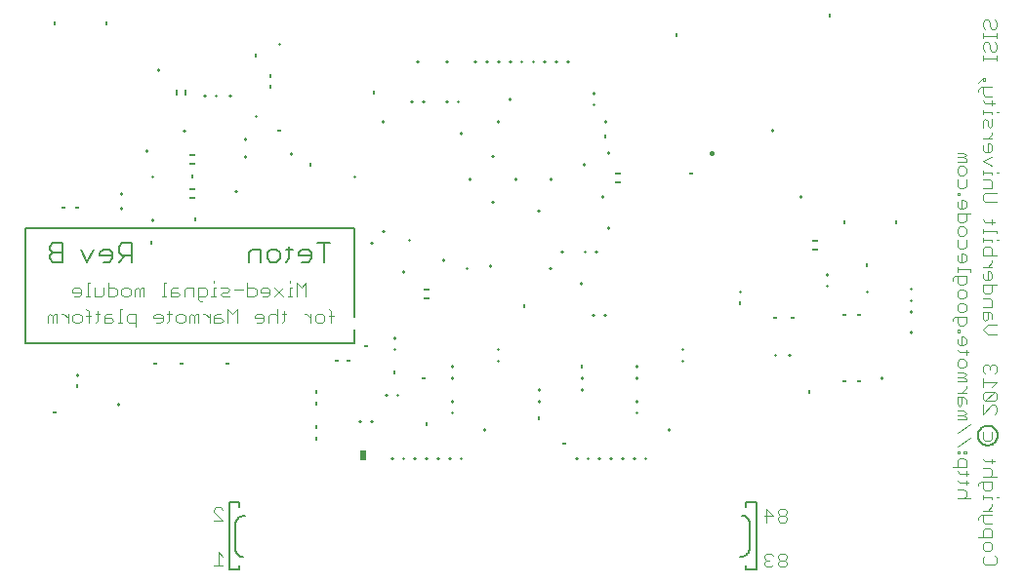
<source format=gbo>
G75*
G70*
%OFA0B0*%
%FSLAX24Y24*%
%IPPOS*%
%LPD*%
%AMOC8*
5,1,8,0,0,1.08239X$1,22.5*
%
%ADD10C,0.0080*%
%ADD11C,0.0060*%
%ADD12C,0.0040*%
%ADD13C,0.0050*%
%ADD14R,0.0098X0.0118*%
%ADD15C,0.0098*%
%ADD16R,0.0118X0.0098*%
%ADD17R,0.0200X0.0060*%
%ADD18R,0.0060X0.0200*%
%ADD19R,0.0200X0.0320*%
%ADD20C,0.0180*%
D10*
X009639Y002513D02*
X009639Y004813D01*
X009978Y004813D01*
X009978Y004647D01*
X009844Y004049D02*
X009844Y003261D01*
X009844Y003262D02*
X009843Y003229D01*
X009846Y003197D01*
X009853Y003166D01*
X009864Y003135D01*
X009877Y003106D01*
X009894Y003078D01*
X009914Y003053D01*
X009936Y003030D01*
X009961Y003009D01*
X009989Y002992D01*
X010018Y002977D01*
X010048Y002966D01*
X010079Y002959D01*
X010111Y002955D01*
X009970Y002679D02*
X009970Y002513D01*
X009639Y002513D01*
X009844Y004057D02*
X009846Y004090D01*
X009852Y004123D01*
X009861Y004155D01*
X009873Y004186D01*
X009889Y004216D01*
X009907Y004244D01*
X009929Y004269D01*
X009952Y004293D01*
X009979Y004313D01*
X010007Y004331D01*
X010037Y004346D01*
X010068Y004358D01*
X010101Y004366D01*
X010134Y004371D01*
X010167Y004372D01*
X013899Y010257D02*
X002679Y010257D01*
X002679Y014194D01*
X013899Y014194D01*
X013899Y011163D01*
X013899Y010730D02*
X013899Y010257D01*
X027136Y004371D02*
X027168Y004367D01*
X027199Y004360D01*
X027229Y004349D01*
X027258Y004334D01*
X027286Y004317D01*
X027311Y004296D01*
X027333Y004273D01*
X027353Y004248D01*
X027370Y004220D01*
X027383Y004191D01*
X027394Y004160D01*
X027401Y004129D01*
X027404Y004097D01*
X027403Y004064D01*
X027403Y004065D02*
X027403Y003277D01*
X027403Y003269D02*
X027401Y003236D01*
X027395Y003203D01*
X027386Y003171D01*
X027374Y003140D01*
X027358Y003110D01*
X027340Y003082D01*
X027318Y003057D01*
X027295Y003033D01*
X027268Y003013D01*
X027240Y002995D01*
X027210Y002980D01*
X027179Y002968D01*
X027146Y002960D01*
X027113Y002955D01*
X027080Y002954D01*
X027269Y002679D02*
X027269Y002513D01*
X027624Y002513D01*
X027624Y004813D01*
X027277Y004813D01*
X027277Y004647D01*
D11*
X013082Y013684D02*
X012655Y013684D01*
X012868Y013684D02*
X012868Y013043D01*
X012437Y013150D02*
X012437Y013364D01*
X012331Y013470D01*
X012117Y013470D01*
X012010Y013364D01*
X012010Y013257D01*
X012437Y013257D01*
X012437Y013150D02*
X012331Y013043D01*
X012117Y013043D01*
X011686Y013150D02*
X011579Y013043D01*
X011686Y013150D02*
X011686Y013577D01*
X011793Y013470D02*
X011579Y013470D01*
X011363Y013364D02*
X011363Y013150D01*
X011256Y013043D01*
X011043Y013043D01*
X010936Y013150D01*
X010936Y013364D01*
X011043Y013470D01*
X011256Y013470D01*
X011363Y013364D01*
X010718Y013470D02*
X010718Y013043D01*
X010291Y013043D02*
X010291Y013364D01*
X010398Y013470D01*
X010718Y013470D01*
X006290Y013257D02*
X005970Y013257D01*
X005863Y013364D01*
X005863Y013577D01*
X005970Y013684D01*
X006290Y013684D01*
X006290Y013043D01*
X006077Y013257D02*
X005863Y013043D01*
X005646Y013150D02*
X005646Y013364D01*
X005539Y013470D01*
X005326Y013470D01*
X005219Y013364D01*
X005219Y013257D01*
X005646Y013257D01*
X005646Y013150D02*
X005539Y013043D01*
X005326Y013043D01*
X005001Y013470D02*
X004788Y013043D01*
X004574Y013470D01*
X003928Y013364D02*
X003608Y013364D01*
X003501Y013257D01*
X003501Y013150D01*
X003608Y013043D01*
X003928Y013043D01*
X003928Y013684D01*
X003608Y013684D01*
X003501Y013577D01*
X003501Y013470D01*
X003608Y013364D01*
D12*
X009111Y002667D02*
X009418Y002667D01*
X009265Y002667D02*
X009265Y003128D01*
X009418Y002974D01*
X009418Y004191D02*
X009111Y004191D01*
X009111Y004498D02*
X009111Y004575D01*
X009188Y004651D01*
X009342Y004651D01*
X009418Y004575D01*
X009111Y004498D02*
X009418Y004191D01*
X009354Y010966D02*
X009123Y010966D01*
X009123Y011197D01*
X009200Y011273D01*
X009354Y011273D01*
X009354Y011120D02*
X009123Y011120D01*
X008970Y011120D02*
X008817Y011273D01*
X008740Y011273D01*
X008586Y011273D02*
X008510Y011273D01*
X008433Y011197D01*
X008356Y011273D01*
X008279Y011197D01*
X008279Y010966D01*
X008433Y010966D02*
X008433Y011197D01*
X008586Y011273D02*
X008586Y010966D01*
X008970Y010966D02*
X008970Y011273D01*
X009354Y011120D02*
X009430Y011043D01*
X009354Y010966D01*
X009584Y010966D02*
X009584Y011427D01*
X009737Y011273D01*
X009891Y011427D01*
X009891Y010966D01*
X010505Y011120D02*
X010812Y011120D01*
X010812Y011197D02*
X010735Y011273D01*
X010581Y011273D01*
X010505Y011197D01*
X010505Y011120D01*
X010581Y010966D02*
X010735Y010966D01*
X010812Y011043D01*
X010812Y011197D01*
X010965Y011197D02*
X010965Y010966D01*
X010965Y011197D02*
X011042Y011273D01*
X011195Y011273D01*
X011272Y011197D01*
X011425Y011273D02*
X011579Y011273D01*
X011502Y011350D02*
X011502Y011043D01*
X011425Y010966D01*
X011272Y010966D02*
X011272Y011427D01*
X011171Y011852D02*
X011478Y012159D01*
X011708Y012159D02*
X011708Y011852D01*
X011785Y011852D02*
X011631Y011852D01*
X011478Y011852D02*
X011171Y012159D01*
X011018Y012082D02*
X010941Y012159D01*
X010787Y012159D01*
X010711Y012082D01*
X010711Y012006D01*
X011018Y012006D01*
X011018Y012082D02*
X011018Y011929D01*
X010941Y011852D01*
X010787Y011852D01*
X010557Y011929D02*
X010557Y012082D01*
X010481Y012159D01*
X010250Y012159D01*
X010250Y012313D02*
X010250Y011852D01*
X010481Y011852D01*
X010557Y011929D01*
X010097Y012082D02*
X009790Y012082D01*
X009636Y012082D02*
X009560Y012159D01*
X009330Y012159D01*
X009176Y012159D02*
X009099Y012159D01*
X009099Y011852D01*
X009023Y011852D02*
X009176Y011852D01*
X009330Y011929D02*
X009406Y012006D01*
X009560Y012006D01*
X009636Y012082D01*
X009636Y011852D02*
X009406Y011852D01*
X009330Y011929D01*
X009099Y012313D02*
X009099Y012389D01*
X008869Y012082D02*
X008869Y011929D01*
X008792Y011852D01*
X008562Y011852D01*
X008562Y011776D02*
X008562Y012159D01*
X008792Y012159D01*
X008869Y012082D01*
X008562Y011776D02*
X008639Y011699D01*
X008716Y011699D01*
X008409Y011852D02*
X008409Y012159D01*
X008179Y012159D01*
X008102Y012082D01*
X008102Y011852D01*
X007948Y011929D02*
X007872Y012006D01*
X007641Y012006D01*
X007641Y012082D02*
X007641Y011852D01*
X007872Y011852D01*
X007948Y011929D01*
X007872Y012159D02*
X007718Y012159D01*
X007641Y012082D01*
X007488Y011852D02*
X007335Y011852D01*
X007411Y011852D02*
X007411Y012313D01*
X007488Y012313D01*
X006721Y012159D02*
X006721Y011852D01*
X006567Y011852D02*
X006567Y012082D01*
X006490Y012159D01*
X006414Y012082D01*
X006414Y011852D01*
X006260Y011929D02*
X006260Y012082D01*
X006184Y012159D01*
X006030Y012159D01*
X005953Y012082D01*
X005953Y011929D01*
X006030Y011852D01*
X006184Y011852D01*
X006260Y011929D01*
X006567Y012082D02*
X006644Y012159D01*
X006721Y012159D01*
X005800Y012082D02*
X005800Y011929D01*
X005723Y011852D01*
X005493Y011852D01*
X005493Y012313D01*
X005493Y012159D02*
X005723Y012159D01*
X005800Y012082D01*
X005339Y012159D02*
X005339Y011929D01*
X005263Y011852D01*
X005033Y011852D01*
X005033Y012159D01*
X004879Y012313D02*
X004802Y012313D01*
X004802Y011852D01*
X004726Y011852D02*
X004879Y011852D01*
X004572Y011929D02*
X004572Y012082D01*
X004495Y012159D01*
X004342Y012159D01*
X004265Y012082D01*
X004265Y012006D01*
X004572Y012006D01*
X004572Y011929D02*
X004495Y011852D01*
X004342Y011852D01*
X004366Y011273D02*
X004520Y011273D01*
X004596Y011197D01*
X004596Y011043D01*
X004520Y010966D01*
X004366Y010966D01*
X004289Y011043D01*
X004289Y011197D01*
X004366Y011273D01*
X004136Y011273D02*
X004136Y010966D01*
X004136Y011120D02*
X003982Y011273D01*
X003906Y011273D01*
X003752Y011273D02*
X003675Y011273D01*
X003599Y011197D01*
X003522Y011273D01*
X003445Y011197D01*
X003445Y010966D01*
X003599Y010966D02*
X003599Y011197D01*
X003752Y011273D02*
X003752Y010966D01*
X004750Y011197D02*
X004903Y011197D01*
X004826Y011350D02*
X004826Y010966D01*
X005057Y010966D02*
X005133Y011043D01*
X005133Y011350D01*
X005210Y011273D02*
X005057Y011273D01*
X004826Y011350D02*
X004750Y011427D01*
X005364Y011197D02*
X005364Y010966D01*
X005594Y010966D01*
X005670Y011043D01*
X005594Y011120D01*
X005364Y011120D01*
X005364Y011197D02*
X005440Y011273D01*
X005594Y011273D01*
X005901Y011427D02*
X005901Y010966D01*
X005977Y010966D02*
X005824Y010966D01*
X006131Y011043D02*
X006208Y010966D01*
X006438Y010966D01*
X006438Y010813D02*
X006438Y011273D01*
X006208Y011273D01*
X006131Y011197D01*
X006131Y011043D01*
X005977Y011427D02*
X005901Y011427D01*
X007052Y011197D02*
X007052Y011120D01*
X007359Y011120D01*
X007359Y011197D02*
X007282Y011273D01*
X007128Y011273D01*
X007052Y011197D01*
X007128Y010966D02*
X007282Y010966D01*
X007359Y011043D01*
X007359Y011197D01*
X007512Y011273D02*
X007666Y011273D01*
X007589Y011350D02*
X007589Y011043D01*
X007512Y010966D01*
X007819Y011043D02*
X007819Y011197D01*
X007896Y011273D01*
X008049Y011273D01*
X008126Y011197D01*
X008126Y011043D01*
X008049Y010966D01*
X007896Y010966D01*
X007819Y011043D01*
X011708Y012159D02*
X011785Y012159D01*
X011708Y012313D02*
X011708Y012389D01*
X011938Y012313D02*
X012092Y012159D01*
X012245Y012313D01*
X012245Y011852D01*
X011938Y011852D02*
X011938Y012313D01*
X012193Y011273D02*
X012269Y011273D01*
X012423Y011120D01*
X012423Y011273D02*
X012423Y010966D01*
X012576Y011043D02*
X012653Y010966D01*
X012807Y010966D01*
X012883Y011043D01*
X012883Y011197D01*
X012807Y011273D01*
X012653Y011273D01*
X012576Y011197D01*
X012576Y011043D01*
X013037Y011197D02*
X013190Y011197D01*
X013114Y011350D02*
X013114Y010966D01*
X013114Y011350D02*
X013037Y011427D01*
X027911Y004374D02*
X028218Y004374D01*
X027987Y004604D01*
X027987Y004144D01*
X028371Y004220D02*
X028448Y004144D01*
X028601Y004144D01*
X028678Y004220D01*
X028678Y004297D01*
X028601Y004374D01*
X028448Y004374D01*
X028371Y004297D01*
X028371Y004220D01*
X028448Y004374D02*
X028371Y004451D01*
X028371Y004527D01*
X028448Y004604D01*
X028601Y004604D01*
X028678Y004527D01*
X028678Y004451D01*
X028601Y004374D01*
X028601Y003076D02*
X028448Y003076D01*
X028371Y003000D01*
X028371Y002923D01*
X028448Y002846D01*
X028601Y002846D01*
X028678Y002923D01*
X028678Y003000D01*
X028601Y003076D01*
X028601Y002846D02*
X028678Y002770D01*
X028678Y002693D01*
X028601Y002616D01*
X028448Y002616D01*
X028371Y002693D01*
X028371Y002770D01*
X028448Y002846D01*
X028218Y002693D02*
X028141Y002616D01*
X027987Y002616D01*
X027911Y002693D01*
X027911Y002770D01*
X027987Y002846D01*
X028064Y002846D01*
X027987Y002846D02*
X027911Y002923D01*
X027911Y003000D01*
X027987Y003076D01*
X028141Y003076D01*
X028218Y003000D01*
X034490Y004963D02*
X034950Y004963D01*
X034797Y005039D02*
X034797Y005193D01*
X034720Y005269D01*
X034490Y005269D01*
X034567Y005500D02*
X034490Y005576D01*
X034567Y005500D02*
X034874Y005500D01*
X034797Y005423D02*
X034797Y005576D01*
X034797Y005730D02*
X034797Y005883D01*
X034874Y005807D02*
X034567Y005807D01*
X034490Y005883D01*
X034490Y006037D02*
X034490Y006267D01*
X034567Y006344D01*
X034720Y006344D01*
X034797Y006267D01*
X034797Y006037D01*
X034337Y006037D01*
X034490Y006497D02*
X034567Y006497D01*
X034567Y006574D01*
X034490Y006574D01*
X034490Y006497D01*
X034720Y006497D02*
X034797Y006497D01*
X034797Y006574D01*
X034720Y006574D01*
X034720Y006497D01*
X034490Y006727D02*
X034950Y007034D01*
X035376Y006996D02*
X035376Y007226D01*
X035376Y006996D02*
X035453Y006919D01*
X035606Y006919D01*
X035683Y006996D01*
X035683Y007226D01*
X034950Y007495D02*
X034490Y007188D01*
X034490Y007648D02*
X034797Y007648D01*
X034797Y007725D01*
X034720Y007802D01*
X034797Y007878D01*
X034720Y007955D01*
X034490Y007955D01*
X034490Y007802D02*
X034720Y007802D01*
X035376Y007840D02*
X035683Y008147D01*
X035760Y008147D01*
X035836Y008070D01*
X035836Y007917D01*
X035760Y007840D01*
X035376Y007840D02*
X035376Y008147D01*
X035453Y008300D02*
X035376Y008377D01*
X035376Y008530D01*
X035453Y008607D01*
X035760Y008607D01*
X035453Y008300D01*
X035760Y008300D01*
X035836Y008377D01*
X035836Y008530D01*
X035760Y008607D01*
X035683Y008761D02*
X035836Y008914D01*
X035376Y008914D01*
X035376Y008761D02*
X035376Y009068D01*
X035453Y009221D02*
X035376Y009298D01*
X035376Y009451D01*
X035453Y009528D01*
X035529Y009528D01*
X035606Y009451D01*
X035606Y009374D01*
X035606Y009451D02*
X035683Y009528D01*
X035760Y009528D01*
X035836Y009451D01*
X035836Y009298D01*
X035760Y009221D01*
X034797Y009183D02*
X034720Y009260D01*
X034490Y009260D01*
X034490Y009106D02*
X034720Y009106D01*
X034797Y009183D01*
X034720Y009106D02*
X034797Y009029D01*
X034797Y008953D01*
X034490Y008953D01*
X034797Y008799D02*
X034797Y008722D01*
X034644Y008569D01*
X034797Y008569D02*
X034490Y008569D01*
X034490Y008415D02*
X034490Y008185D01*
X034567Y008109D01*
X034644Y008185D01*
X034644Y008415D01*
X034720Y008415D02*
X034490Y008415D01*
X034720Y008415D02*
X034797Y008339D01*
X034797Y008185D01*
X034720Y009413D02*
X034567Y009413D01*
X034490Y009490D01*
X034490Y009643D01*
X034567Y009720D01*
X034720Y009720D01*
X034797Y009643D01*
X034797Y009490D01*
X034720Y009413D01*
X034797Y009873D02*
X034797Y010027D01*
X034874Y009950D02*
X034567Y009950D01*
X034490Y010027D01*
X034567Y010180D02*
X034720Y010180D01*
X034797Y010257D01*
X034797Y010410D01*
X034720Y010487D01*
X034644Y010487D01*
X034644Y010180D01*
X034567Y010180D02*
X034490Y010257D01*
X034490Y010410D01*
X034490Y010641D02*
X034490Y010717D01*
X034567Y010717D01*
X034567Y010641D01*
X034490Y010641D01*
X034567Y010871D02*
X034490Y010948D01*
X034490Y011178D01*
X034413Y011178D02*
X034797Y011178D01*
X034797Y010948D01*
X034720Y010871D01*
X034567Y010871D01*
X034337Y011024D02*
X034337Y011101D01*
X034413Y011178D01*
X034567Y011331D02*
X034490Y011408D01*
X034490Y011561D01*
X034567Y011638D01*
X034720Y011638D01*
X034797Y011561D01*
X034797Y011408D01*
X034720Y011331D01*
X034567Y011331D01*
X034567Y011792D02*
X034490Y011868D01*
X034490Y012022D01*
X034567Y012099D01*
X034720Y012099D01*
X034797Y012022D01*
X034797Y011868D01*
X034720Y011792D01*
X034567Y011792D01*
X034567Y012252D02*
X034490Y012329D01*
X034490Y012559D01*
X034413Y012559D02*
X034797Y012559D01*
X034797Y012329D01*
X034720Y012252D01*
X034567Y012252D01*
X034337Y012406D02*
X034337Y012482D01*
X034413Y012559D01*
X034490Y012712D02*
X034490Y012866D01*
X034490Y012789D02*
X034950Y012789D01*
X034950Y012712D01*
X034720Y013019D02*
X034567Y013019D01*
X034490Y013096D01*
X034490Y013250D01*
X034644Y013326D02*
X034644Y013019D01*
X034720Y013019D02*
X034797Y013096D01*
X034797Y013250D01*
X034720Y013326D01*
X034644Y013326D01*
X034720Y013480D02*
X034567Y013480D01*
X034490Y013557D01*
X034490Y013787D01*
X034567Y013940D02*
X034490Y014017D01*
X034490Y014170D01*
X034567Y014247D01*
X034720Y014247D01*
X034797Y014170D01*
X034797Y014017D01*
X034720Y013940D01*
X034567Y013940D01*
X034797Y013787D02*
X034797Y013557D01*
X034720Y013480D01*
X035376Y013489D02*
X035376Y013258D01*
X035836Y013258D01*
X035683Y013258D02*
X035683Y013489D01*
X035606Y013565D01*
X035453Y013565D01*
X035376Y013489D01*
X035376Y013719D02*
X035376Y013872D01*
X035376Y013796D02*
X035683Y013796D01*
X035683Y013719D01*
X035836Y013796D02*
X035913Y013796D01*
X035836Y014026D02*
X035836Y014102D01*
X035376Y014102D01*
X035376Y014026D02*
X035376Y014179D01*
X035453Y014409D02*
X035376Y014486D01*
X035453Y014409D02*
X035760Y014409D01*
X035683Y014333D02*
X035683Y014486D01*
X035836Y015100D02*
X035453Y015100D01*
X035376Y015177D01*
X035376Y015330D01*
X035453Y015407D01*
X035836Y015407D01*
X035683Y015560D02*
X035683Y015791D01*
X035606Y015867D01*
X035376Y015867D01*
X035376Y016021D02*
X035376Y016174D01*
X035376Y016097D02*
X035683Y016097D01*
X035683Y016021D01*
X035836Y016097D02*
X035913Y016097D01*
X035683Y016328D02*
X035376Y016481D01*
X035683Y016635D01*
X035606Y016788D02*
X035683Y016865D01*
X035683Y017018D01*
X035606Y017095D01*
X035529Y017095D01*
X035529Y016788D01*
X035453Y016788D02*
X035606Y016788D01*
X035453Y016788D02*
X035376Y016865D01*
X035376Y017018D01*
X035376Y017248D02*
X035683Y017248D01*
X035529Y017248D02*
X035683Y017402D01*
X035683Y017479D01*
X035606Y017632D02*
X035683Y017709D01*
X035683Y017939D01*
X035683Y018092D02*
X035683Y018169D01*
X035376Y018169D01*
X035376Y018092D02*
X035376Y018246D01*
X035453Y018476D02*
X035376Y018553D01*
X035453Y018476D02*
X035760Y018476D01*
X035683Y018399D02*
X035683Y018553D01*
X035683Y018706D02*
X035453Y018706D01*
X035376Y018783D01*
X035376Y019013D01*
X035299Y019013D02*
X035222Y018937D01*
X035222Y018860D01*
X035299Y019013D02*
X035683Y019013D01*
X035453Y019243D02*
X035376Y019243D01*
X035376Y019320D01*
X035453Y019320D01*
X035453Y019243D01*
X035376Y019320D02*
X035222Y019167D01*
X035376Y019934D02*
X035376Y020088D01*
X035376Y020011D02*
X035836Y020011D01*
X035836Y019934D02*
X035836Y020088D01*
X035760Y020241D02*
X035683Y020241D01*
X035606Y020318D01*
X035606Y020471D01*
X035529Y020548D01*
X035453Y020548D01*
X035376Y020471D01*
X035376Y020318D01*
X035453Y020241D01*
X035760Y020241D02*
X035836Y020318D01*
X035836Y020471D01*
X035760Y020548D01*
X035836Y020701D02*
X035836Y020855D01*
X035836Y020778D02*
X035376Y020778D01*
X035376Y020701D02*
X035376Y020855D01*
X035453Y021008D02*
X035376Y021085D01*
X035376Y021239D01*
X035453Y021315D01*
X035529Y021315D01*
X035606Y021239D01*
X035606Y021085D01*
X035683Y021008D01*
X035760Y021008D01*
X035836Y021085D01*
X035836Y021239D01*
X035760Y021315D01*
X035836Y018169D02*
X035913Y018169D01*
X035529Y017862D02*
X035529Y017709D01*
X035606Y017632D01*
X035376Y017632D02*
X035376Y017862D01*
X035453Y017939D01*
X035529Y017862D01*
X034720Y016779D02*
X034490Y016779D01*
X034490Y016626D02*
X034720Y016626D01*
X034797Y016703D01*
X034720Y016779D01*
X034720Y016626D02*
X034797Y016549D01*
X034797Y016472D01*
X034490Y016472D01*
X034567Y016319D02*
X034720Y016319D01*
X034797Y016242D01*
X034797Y016089D01*
X034720Y016012D01*
X034567Y016012D01*
X034490Y016089D01*
X034490Y016242D01*
X034567Y016319D01*
X034490Y015858D02*
X034490Y015628D01*
X034567Y015552D01*
X034720Y015552D01*
X034797Y015628D01*
X034797Y015858D01*
X034567Y015398D02*
X034490Y015398D01*
X034490Y015321D01*
X034567Y015321D01*
X034567Y015398D01*
X034644Y015168D02*
X034644Y014861D01*
X034720Y014861D02*
X034797Y014938D01*
X034797Y015091D01*
X034720Y015168D01*
X034644Y015168D01*
X034490Y015091D02*
X034490Y014938D01*
X034567Y014861D01*
X034720Y014861D01*
X034797Y014707D02*
X034797Y014477D01*
X034720Y014401D01*
X034567Y014401D01*
X034490Y014477D01*
X034490Y014707D01*
X034950Y014707D01*
X035376Y015560D02*
X035683Y015560D01*
X035683Y013105D02*
X035683Y013028D01*
X035529Y012875D01*
X035376Y012875D02*
X035683Y012875D01*
X035606Y012721D02*
X035529Y012721D01*
X035529Y012414D01*
X035453Y012414D02*
X035606Y012414D01*
X035683Y012491D01*
X035683Y012645D01*
X035606Y012721D01*
X035376Y012645D02*
X035376Y012491D01*
X035453Y012414D01*
X035376Y012261D02*
X035376Y012031D01*
X035453Y011954D01*
X035606Y011954D01*
X035683Y012031D01*
X035683Y012261D01*
X035836Y012261D02*
X035376Y012261D01*
X035376Y011800D02*
X035606Y011800D01*
X035683Y011724D01*
X035683Y011494D01*
X035376Y011494D01*
X035376Y011340D02*
X035376Y011110D01*
X035453Y011033D01*
X035529Y011110D01*
X035529Y011340D01*
X035606Y011340D02*
X035376Y011340D01*
X035606Y011340D02*
X035683Y011263D01*
X035683Y011110D01*
X035529Y010880D02*
X035836Y010880D01*
X035529Y010880D02*
X035376Y010726D01*
X035529Y010573D01*
X035836Y010573D01*
X035683Y006305D02*
X035683Y006152D01*
X035760Y006228D02*
X035453Y006228D01*
X035376Y006305D01*
X035376Y005998D02*
X035606Y005998D01*
X035683Y005921D01*
X035683Y005768D01*
X035606Y005691D01*
X035683Y005538D02*
X035299Y005538D01*
X035222Y005461D01*
X035222Y005384D01*
X035376Y005308D02*
X035376Y005538D01*
X035376Y005691D02*
X035836Y005691D01*
X035683Y005538D02*
X035683Y005308D01*
X035606Y005231D01*
X035453Y005231D01*
X035376Y005308D01*
X035376Y005077D02*
X035376Y004924D01*
X035376Y005001D02*
X035683Y005001D01*
X035683Y004924D01*
X035683Y004771D02*
X035683Y004694D01*
X035529Y004540D01*
X035376Y004540D02*
X035683Y004540D01*
X035683Y004387D02*
X035299Y004387D01*
X035222Y004310D01*
X035222Y004233D01*
X035376Y004157D02*
X035376Y004387D01*
X035376Y004157D02*
X035453Y004080D01*
X035683Y004080D01*
X035606Y003926D02*
X035453Y003926D01*
X035376Y003850D01*
X035376Y003620D01*
X035222Y003620D02*
X035683Y003620D01*
X035683Y003850D01*
X035606Y003926D01*
X035606Y003466D02*
X035683Y003389D01*
X035683Y003236D01*
X035606Y003159D01*
X035453Y003159D01*
X035376Y003236D01*
X035376Y003389D01*
X035453Y003466D01*
X035606Y003466D01*
X035453Y003006D02*
X035376Y002929D01*
X035376Y002775D01*
X035453Y002699D01*
X035760Y002699D01*
X035836Y002775D01*
X035836Y002929D01*
X035760Y003006D01*
X035836Y005001D02*
X035913Y005001D01*
X034797Y005039D02*
X034720Y004963D01*
D13*
X035198Y007108D02*
X035200Y007144D01*
X035206Y007180D01*
X035216Y007215D01*
X035229Y007249D01*
X035246Y007281D01*
X035266Y007311D01*
X035290Y007338D01*
X035316Y007363D01*
X035345Y007385D01*
X035376Y007404D01*
X035409Y007419D01*
X035443Y007431D01*
X035479Y007439D01*
X035515Y007443D01*
X035551Y007443D01*
X035587Y007439D01*
X035623Y007431D01*
X035657Y007419D01*
X035690Y007404D01*
X035721Y007385D01*
X035750Y007363D01*
X035776Y007338D01*
X035800Y007311D01*
X035820Y007281D01*
X035837Y007249D01*
X035850Y007215D01*
X035860Y007180D01*
X035866Y007144D01*
X035868Y007108D01*
X035866Y007072D01*
X035860Y007036D01*
X035850Y007001D01*
X035837Y006967D01*
X035820Y006935D01*
X035800Y006905D01*
X035776Y006878D01*
X035750Y006853D01*
X035721Y006831D01*
X035690Y006812D01*
X035657Y006797D01*
X035623Y006785D01*
X035587Y006777D01*
X035551Y006773D01*
X035515Y006773D01*
X035479Y006777D01*
X035443Y006785D01*
X035409Y006797D01*
X035376Y006812D01*
X035345Y006831D01*
X035316Y006853D01*
X035290Y006878D01*
X035266Y006905D01*
X035246Y006935D01*
X035229Y006967D01*
X035216Y007001D01*
X035206Y007036D01*
X035200Y007072D01*
X035198Y007108D01*
D14*
X029450Y008584D03*
X027088Y011635D03*
X030631Y014391D03*
X032403Y014391D03*
X031419Y012915D03*
X022462Y017344D03*
X024923Y020789D03*
X030139Y021478D03*
X019706Y011537D03*
X021675Y009470D03*
X020198Y007698D03*
X016360Y007502D03*
X015277Y009273D03*
X012620Y008584D03*
X012620Y008191D03*
X012620Y007403D03*
X012620Y007009D03*
X004450Y008781D03*
X006959Y013703D03*
X008486Y014490D03*
X008387Y015966D03*
X012423Y016360D03*
X011045Y019017D03*
X011045Y019411D03*
X010553Y020100D03*
X014588Y018820D03*
X005435Y021183D03*
X003663Y021183D03*
D15*
X007206Y019620D02*
X007206Y019596D01*
X008769Y018722D02*
X008793Y018722D01*
X009163Y018722D02*
X009187Y018722D01*
X009655Y018722D02*
X009679Y018722D01*
X010553Y018045D02*
X010553Y018021D01*
X010159Y017258D02*
X010159Y017234D01*
X010159Y016667D02*
X010159Y016643D01*
X011734Y016742D02*
X011734Y016766D01*
X009876Y015474D02*
X009852Y015474D01*
X008104Y017541D02*
X008080Y017541D01*
X006813Y016864D02*
X006813Y016840D01*
X006997Y015966D02*
X007021Y015966D01*
X005927Y015388D02*
X005927Y015364D01*
X005927Y014895D02*
X005927Y014871D01*
X007009Y014502D02*
X007009Y014478D01*
X013899Y015954D02*
X013899Y015978D01*
X014883Y017824D02*
X014883Y017848D01*
X015856Y018525D02*
X015880Y018525D01*
X016249Y018525D02*
X016273Y018525D01*
X017037Y018525D02*
X017061Y018525D01*
X017431Y018525D02*
X017455Y018525D01*
X017541Y017455D02*
X017541Y017431D01*
X018612Y016655D02*
X018636Y016655D01*
X019411Y015880D02*
X019411Y015856D01*
X018636Y015080D02*
X018612Y015080D01*
X017836Y015856D02*
X017836Y015880D01*
X020186Y014785D02*
X020210Y014785D01*
X020592Y015856D02*
X020592Y015880D01*
X021734Y016368D02*
X021734Y016392D01*
X022580Y016761D02*
X022580Y016785D01*
X022462Y017824D02*
X022462Y017848D01*
X022069Y018415D02*
X022069Y018439D01*
X022069Y018808D02*
X022069Y018832D01*
X021195Y019903D02*
X021171Y019903D01*
X020801Y019903D02*
X020777Y019903D01*
X020407Y019903D02*
X020383Y019903D01*
X020014Y019903D02*
X019990Y019903D01*
X019620Y019903D02*
X019596Y019903D01*
X019226Y019903D02*
X019202Y019903D01*
X018832Y019903D02*
X018808Y019903D01*
X018439Y019903D02*
X018415Y019903D01*
X018045Y019903D02*
X018021Y019903D01*
X017061Y019903D02*
X017037Y019903D01*
X016077Y019903D02*
X016053Y019903D01*
X019214Y018636D02*
X019214Y018612D01*
X018820Y017848D02*
X018820Y017824D01*
X022364Y015289D02*
X022364Y015265D01*
X022561Y014226D02*
X022561Y014202D01*
X022179Y013407D02*
X022155Y013407D01*
X021785Y013407D02*
X021761Y013407D01*
X020998Y013407D02*
X020974Y013407D01*
X020604Y012817D02*
X020580Y012817D01*
X021635Y012336D02*
X021635Y012312D01*
X022056Y011242D02*
X022081Y011242D01*
X022450Y011242D02*
X022474Y011242D01*
X025120Y010073D02*
X025120Y010049D01*
X025120Y009679D02*
X025120Y009655D01*
X023545Y009482D02*
X023545Y009458D01*
X023545Y009088D02*
X023545Y009064D01*
X023545Y008301D02*
X023545Y008277D01*
X023545Y007907D02*
X023545Y007883D01*
X024628Y007317D02*
X024628Y007293D01*
X023852Y006320D02*
X023828Y006320D01*
X023458Y006320D02*
X023434Y006320D01*
X023065Y006320D02*
X023041Y006320D01*
X022671Y006320D02*
X022647Y006320D01*
X022277Y006320D02*
X022253Y006320D01*
X021884Y006320D02*
X021860Y006320D01*
X021490Y006320D02*
X021466Y006320D01*
X020198Y008277D02*
X020198Y008301D01*
X020198Y008671D02*
X020198Y008695D01*
X021675Y008671D02*
X021675Y008695D01*
X021675Y009064D02*
X021675Y009088D01*
X018820Y009655D02*
X018820Y009679D01*
X018820Y010049D02*
X018820Y010073D01*
X017246Y009482D02*
X017246Y009458D01*
X017246Y009088D02*
X017246Y009064D01*
X017246Y008301D02*
X017246Y008277D01*
X017246Y007907D02*
X017246Y007883D01*
X018328Y007317D02*
X018328Y007293D01*
X017553Y006320D02*
X017529Y006320D01*
X017159Y006320D02*
X017135Y006320D01*
X016766Y006320D02*
X016742Y006320D01*
X016372Y006320D02*
X016348Y006320D01*
X015978Y006320D02*
X015954Y006320D01*
X015584Y006320D02*
X015560Y006320D01*
X015191Y006320D02*
X015167Y006320D01*
X014502Y007600D02*
X014478Y007600D01*
X014108Y007600D02*
X014084Y007600D01*
X014970Y008486D02*
X014994Y008486D01*
X015364Y008486D02*
X015388Y008486D01*
X015277Y010049D02*
X015277Y010073D01*
X015277Y010442D02*
X015277Y010466D01*
X015572Y012706D02*
X015572Y012730D01*
X015757Y013801D02*
X015781Y013801D01*
X014895Y014096D02*
X014871Y014096D01*
X014502Y013702D02*
X014478Y013702D01*
X016950Y013124D02*
X016950Y013100D01*
X017726Y012817D02*
X017750Y012817D01*
X018525Y012903D02*
X018525Y012927D01*
X027088Y012041D02*
X027088Y012017D01*
X030041Y012214D02*
X030041Y012238D01*
X030041Y012608D02*
X030041Y012632D01*
X031419Y012041D02*
X031419Y012017D01*
X032895Y012116D02*
X032895Y012140D01*
X032895Y011746D02*
X032895Y011722D01*
X032895Y011352D02*
X032895Y011328D01*
X032895Y010663D02*
X032895Y010639D01*
X031911Y009088D02*
X031911Y009064D01*
X028773Y009864D02*
X028749Y009864D01*
X028281Y009864D02*
X028257Y009864D01*
X029155Y015265D02*
X029155Y015289D01*
X028171Y017529D02*
X028171Y017553D01*
X011352Y020494D02*
X011328Y020494D01*
X004450Y009187D02*
X004450Y009163D01*
X005828Y008203D02*
X005828Y008179D01*
D16*
X007108Y009569D03*
X007994Y009569D03*
X009569Y009569D03*
X013309Y009667D03*
X013702Y009667D03*
X014293Y010159D03*
X016261Y009076D03*
X021084Y006813D03*
X028269Y011143D03*
X028860Y011143D03*
X030631Y011242D03*
X031124Y011242D03*
X031124Y008978D03*
X030631Y008978D03*
X025415Y016065D03*
X011340Y017541D03*
X004450Y014883D03*
X003958Y014883D03*
X003663Y007895D03*
D17*
X008387Y015226D03*
X008387Y015526D03*
X008387Y016407D03*
X008387Y016707D03*
X016360Y012081D03*
X016360Y011781D03*
X022915Y015777D03*
X022915Y016077D03*
X029647Y013754D03*
X029647Y013454D03*
D18*
X008144Y018820D03*
X007844Y018820D03*
D19*
X014194Y006419D03*
D20*
X026092Y016754D02*
X026116Y016754D01*
M02*

</source>
